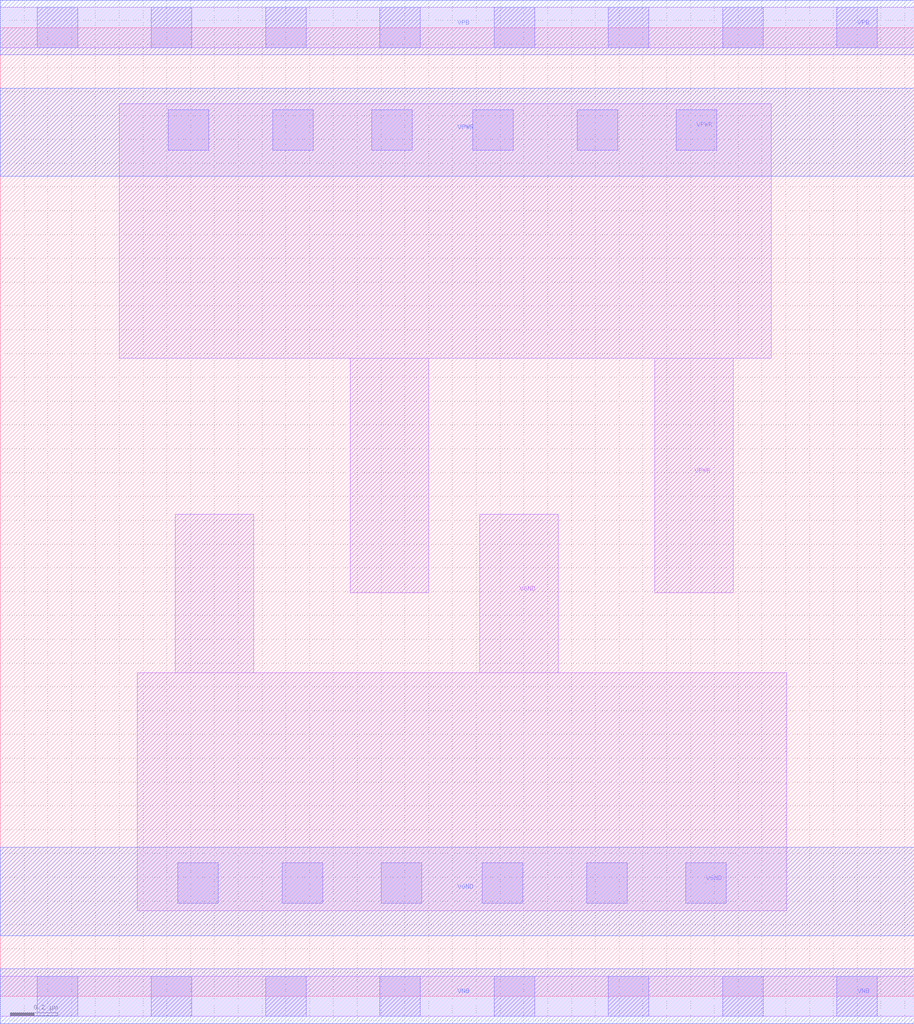
<source format=lef>
# Copyright 2020 The SkyWater PDK Authors
#
# Licensed under the Apache License, Version 2.0 (the "License");
# you may not use this file except in compliance with the License.
# You may obtain a copy of the License at
#
#     https://www.apache.org/licenses/LICENSE-2.0
#
# Unless required by applicable law or agreed to in writing, software
# distributed under the License is distributed on an "AS IS" BASIS,
# WITHOUT WARRANTIES OR CONDITIONS OF ANY KIND, either express or implied.
# See the License for the specific language governing permissions and
# limitations under the License.
#
# SPDX-License-Identifier: Apache-2.0

VERSION 5.7 ;
  NAMESCASESENSITIVE ON ;
  NOWIREEXTENSIONATPIN ON ;
  DIVIDERCHAR "/" ;
  BUSBITCHARS "[]" ;
UNITS
  DATABASE MICRONS 200 ;
END UNITS
MACRO sky130_fd_sc_hvl__decap_8
  CLASS CORE ;
  SOURCE USER ;
  FOREIGN sky130_fd_sc_hvl__decap_8 ;
  ORIGIN  0.000000  0.000000 ;
  SIZE  3.840000 BY  4.070000 ;
  SYMMETRY X Y ;
  SITE unithv ;
  PIN VGND
    DIRECTION INOUT ;
    USE GROUND ;
    PORT
      LAYER li1 ;
        RECT 0.575000 0.360000 3.305000 1.360000 ;
        RECT 0.735000 1.360000 1.065000 2.025000 ;
        RECT 2.015000 1.360000 2.345000 2.025000 ;
      LAYER mcon ;
        RECT 0.745000 0.390000 0.915000 0.560000 ;
        RECT 1.185000 0.390000 1.355000 0.560000 ;
        RECT 1.600000 0.390000 1.770000 0.560000 ;
        RECT 2.025000 0.390000 2.195000 0.560000 ;
        RECT 2.465000 0.390000 2.635000 0.560000 ;
        RECT 2.880000 0.390000 3.050000 0.560000 ;
      LAYER met1 ;
        RECT 0.000000 0.255000 3.840000 0.625000 ;
    END
  END VGND
  PIN VNB
    DIRECTION INOUT ;
    USE GROUND ;
    PORT
      LAYER li1 ;
        RECT 0.000000 -0.085000 3.840000 0.085000 ;
      LAYER mcon ;
        RECT 0.155000 -0.085000 0.325000 0.085000 ;
        RECT 0.635000 -0.085000 0.805000 0.085000 ;
        RECT 1.115000 -0.085000 1.285000 0.085000 ;
        RECT 1.595000 -0.085000 1.765000 0.085000 ;
        RECT 2.075000 -0.085000 2.245000 0.085000 ;
        RECT 2.555000 -0.085000 2.725000 0.085000 ;
        RECT 3.035000 -0.085000 3.205000 0.085000 ;
        RECT 3.515000 -0.085000 3.685000 0.085000 ;
      LAYER met1 ;
        RECT 0.000000 -0.115000 3.840000 0.115000 ;
    END
  END VNB
  PIN VPB
    DIRECTION INOUT ;
    USE POWER ;
    PORT
      LAYER li1 ;
        RECT 0.000000 3.985000 3.840000 4.155000 ;
      LAYER mcon ;
        RECT 0.155000 3.985000 0.325000 4.155000 ;
        RECT 0.635000 3.985000 0.805000 4.155000 ;
        RECT 1.115000 3.985000 1.285000 4.155000 ;
        RECT 1.595000 3.985000 1.765000 4.155000 ;
        RECT 2.075000 3.985000 2.245000 4.155000 ;
        RECT 2.555000 3.985000 2.725000 4.155000 ;
        RECT 3.035000 3.985000 3.205000 4.155000 ;
        RECT 3.515000 3.985000 3.685000 4.155000 ;
      LAYER met1 ;
        RECT 0.000000 3.955000 3.840000 4.185000 ;
    END
  END VPB
  PIN VPWR
    DIRECTION INOUT ;
    USE POWER ;
    PORT
      LAYER li1 ;
        RECT 0.500000 2.680000 3.240000 3.750000 ;
        RECT 1.470000 1.695000 1.800000 2.680000 ;
        RECT 2.750000 1.695000 3.080000 2.680000 ;
      LAYER mcon ;
        RECT 0.705000 3.555000 0.875000 3.725000 ;
        RECT 1.145000 3.555000 1.315000 3.725000 ;
        RECT 1.560000 3.555000 1.730000 3.725000 ;
        RECT 1.985000 3.555000 2.155000 3.725000 ;
        RECT 2.425000 3.555000 2.595000 3.725000 ;
        RECT 2.840000 3.555000 3.010000 3.725000 ;
      LAYER met1 ;
        RECT 0.000000 3.445000 3.840000 3.815000 ;
    END
  END VPWR
END sky130_fd_sc_hvl__decap_8

</source>
